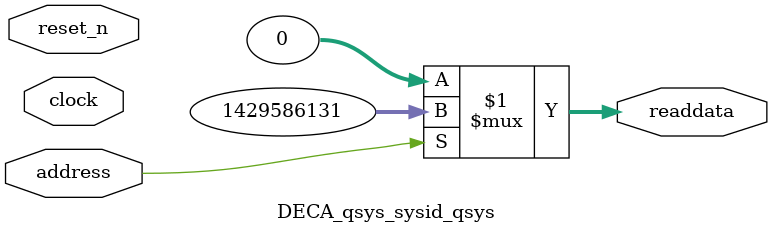
<source format=v>

`timescale 1ns / 1ps
// synthesis translate_on

// turn off superfluous verilog processor warnings 
// altera message_level Level1 
// altera message_off 10034 10035 10036 10037 10230 10240 10030 

module DECA_qsys_sysid_qsys (
               // inputs:
                address,
                clock,
                reset_n,

               // outputs:
                readdata
             )
;

  output  [ 31: 0] readdata;
  input            address;
  input            clock;
  input            reset_n;

  wire    [ 31: 0] readdata;
  //control_slave, which is an e_avalon_slave
  assign readdata = address ? 1429586131 : 0;

endmodule




</source>
